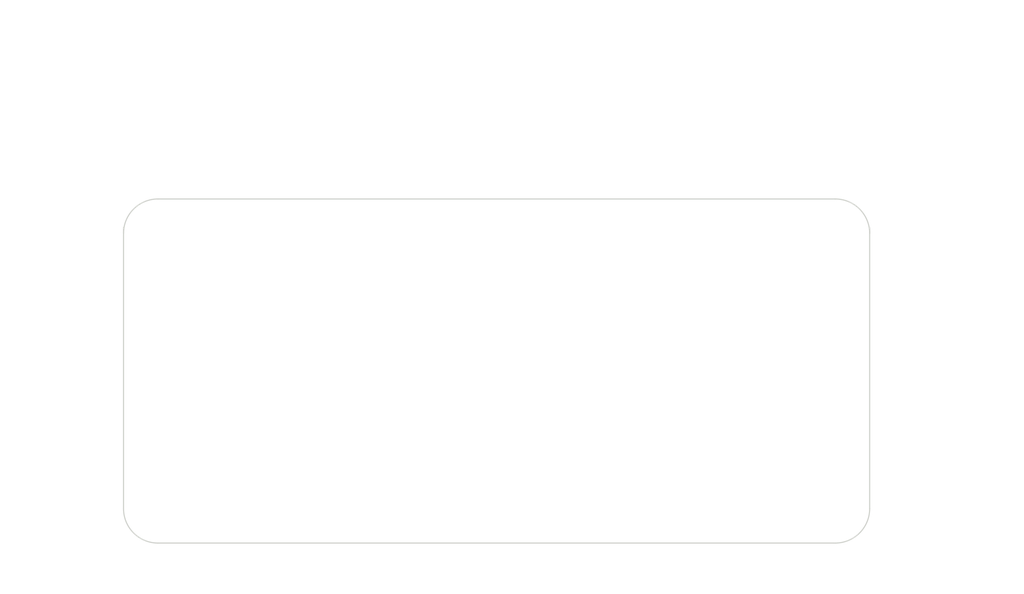
<source format=kicad_pcb>
(kicad_pcb (version 20171130) (host pcbnew "(5.0.0)")

  (general
    (thickness 1.6)
    (drawings 17)
    (tracks 0)
    (zones 0)
    (modules 6)
    (nets 81)
  )

  (page A4)
  (layers
    (0 F.Cu signal)
    (31 B.Cu signal)
    (34 B.Paste user)
    (35 F.Paste user)
    (36 B.SilkS user)
    (37 F.SilkS user)
    (38 B.Mask user)
    (39 F.Mask user)
    (40 Dwgs.User user)
    (41 Cmts.User user)
    (44 Edge.Cuts user)
    (48 B.Fab user)
    (49 F.Fab user)
  )

  (setup
    (last_trace_width 0.25)
    (user_trace_width 0.01)
    (user_trace_width 0.02)
    (user_trace_width 0.05)
    (user_trace_width 0.1)
    (user_trace_width 0.2)
    (trace_clearance 0.2)
    (zone_clearance 0.508)
    (zone_45_only no)
    (trace_min 0.01)
    (segment_width 0.2)
    (edge_width 0.1)
    (via_size 0.6)
    (via_drill 0.4)
    (via_min_size 0.4)
    (via_min_drill 0.3)
    (uvia_size 0.3)
    (uvia_drill 0.1)
    (uvias_allowed no)
    (uvia_min_size 0.2)
    (uvia_min_drill 0.1)
    (pcb_text_width 0.3)
    (pcb_text_size 1.5 1.5)
    (mod_edge_width 0.15)
    (mod_text_size 1 1)
    (mod_text_width 0.15)
    (pad_size 2.75 2.75)
    (pad_drill 2.75)
    (pad_to_mask_clearance 0)
    (aux_axis_origin 0 0)
    (visible_elements 7FFFFFFF)
    (pcbplotparams
      (layerselection 0x01330_80000001)
      (usegerberextensions false)
      (usegerberattributes false)
      (usegerberadvancedattributes false)
      (creategerberjobfile false)
      (excludeedgelayer true)
      (linewidth 0.100000)
      (plotframeref false)
      (viasonmask false)
      (mode 1)
      (useauxorigin false)
      (hpglpennumber 1)
      (hpglpenspeed 20)
      (hpglpendiameter 15.000000)
      (psnegative false)
      (psa4output false)
      (plotreference true)
      (plotvalue true)
      (plotinvisibletext false)
      (padsonsilk false)
      (subtractmaskfromsilk false)
      (outputformat 4)
      (mirror false)
      (drillshape 2)
      (scaleselection 1)
      (outputdirectory "meta/"))
  )

  (net 0 "")
  (net 1 "Net-(J1-Pad34)")
  (net 2 "Net-(J1-Pad36)")
  (net 3 "Net-(J1-Pad40)")
  (net 4 "Net-(J1-Pad38)")
  (net 5 "Net-(J1-Pad18)")
  (net 6 "Net-(J1-Pad20)")
  (net 7 "Net-(J1-Pad24)")
  (net 8 "Net-(J1-Pad22)")
  (net 9 "Net-(J1-Pad30)")
  (net 10 "Net-(J1-Pad32)")
  (net 11 "Net-(J1-Pad28)")
  (net 12 "Net-(J1-Pad26)")
  (net 13 "Net-(J1-Pad10)")
  (net 14 "Net-(J1-Pad12)")
  (net 15 "Net-(J1-Pad16)")
  (net 16 "Net-(J1-Pad14)")
  (net 17 "Net-(J1-Pad6)")
  (net 18 "Net-(J1-Pad8)")
  (net 19 "Net-(J1-Pad4)")
  (net 20 "Net-(J1-Pad2)")
  (net 21 "Net-(J1-Pad39)")
  (net 22 "Net-(J1-Pad37)")
  (net 23 "Net-(J1-Pad33)")
  (net 24 "Net-(J1-Pad35)")
  (net 25 "Net-(J1-Pad27)")
  (net 26 "Net-(J1-Pad25)")
  (net 27 "Net-(J1-Pad29)")
  (net 28 "Net-(J1-Pad31)")
  (net 29 "Net-(J1-Pad23)")
  (net 30 "Net-(J1-Pad21)")
  (net 31 "Net-(J1-Pad17)")
  (net 32 "Net-(J1-Pad19)")
  (net 33 "Net-(J1-Pad3)")
  (net 34 "Net-(J1-Pad1)")
  (net 35 "Net-(J1-Pad5)")
  (net 36 "Net-(J1-Pad7)")
  (net 37 "Net-(J1-Pad15)")
  (net 38 "Net-(J1-Pad13)")
  (net 39 "Net-(J1-Pad9)")
  (net 40 "Net-(J1-Pad11)")
  (net 41 "Net-(J2-Pad1)")
  (net 42 "Net-(J2-Pad2)")
  (net 43 "Net-(J2-Pad3)")
  (net 44 "Net-(J2-Pad4)")
  (net 45 "Net-(J2-Pad5)")
  (net 46 "Net-(J2-Pad6)")
  (net 47 "Net-(J2-Pad7)")
  (net 48 "Net-(J2-Pad8)")
  (net 49 "Net-(J2-Pad9)")
  (net 50 "Net-(J2-Pad10)")
  (net 51 "Net-(J2-Pad11)")
  (net 52 "Net-(J2-Pad12)")
  (net 53 "Net-(J2-Pad13)")
  (net 54 "Net-(J2-Pad14)")
  (net 55 "Net-(J2-Pad15)")
  (net 56 "Net-(J2-Pad16)")
  (net 57 "Net-(J2-Pad17)")
  (net 58 "Net-(J2-Pad18)")
  (net 59 "Net-(J2-Pad19)")
  (net 60 "Net-(J2-Pad20)")
  (net 61 "Net-(J2-Pad21)")
  (net 62 "Net-(J2-Pad22)")
  (net 63 "Net-(J2-Pad23)")
  (net 64 "Net-(J2-Pad24)")
  (net 65 "Net-(J2-Pad25)")
  (net 66 "Net-(J2-Pad26)")
  (net 67 "Net-(J2-Pad27)")
  (net 68 "Net-(J2-Pad28)")
  (net 69 "Net-(J2-Pad29)")
  (net 70 "Net-(J2-Pad30)")
  (net 71 "Net-(J2-Pad31)")
  (net 72 "Net-(J2-Pad32)")
  (net 73 "Net-(J2-Pad33)")
  (net 74 "Net-(J2-Pad34)")
  (net 75 "Net-(J2-Pad35)")
  (net 76 "Net-(J2-Pad36)")
  (net 77 "Net-(J2-Pad37)")
  (net 78 "Net-(J2-Pad38)")
  (net 79 "Net-(J2-Pad39)")
  (net 80 "Net-(J2-Pad40)")

  (net_class Default "This is the default net class."
    (clearance 0.2)
    (trace_width 0.25)
    (via_dia 0.6)
    (via_drill 0.4)
    (uvia_dia 0.3)
    (uvia_drill 0.1)
    (add_net "Net-(J1-Pad1)")
    (add_net "Net-(J1-Pad10)")
    (add_net "Net-(J1-Pad11)")
    (add_net "Net-(J1-Pad12)")
    (add_net "Net-(J1-Pad13)")
    (add_net "Net-(J1-Pad14)")
    (add_net "Net-(J1-Pad15)")
    (add_net "Net-(J1-Pad16)")
    (add_net "Net-(J1-Pad17)")
    (add_net "Net-(J1-Pad18)")
    (add_net "Net-(J1-Pad19)")
    (add_net "Net-(J1-Pad2)")
    (add_net "Net-(J1-Pad20)")
    (add_net "Net-(J1-Pad21)")
    (add_net "Net-(J1-Pad22)")
    (add_net "Net-(J1-Pad23)")
    (add_net "Net-(J1-Pad24)")
    (add_net "Net-(J1-Pad25)")
    (add_net "Net-(J1-Pad26)")
    (add_net "Net-(J1-Pad27)")
    (add_net "Net-(J1-Pad28)")
    (add_net "Net-(J1-Pad29)")
    (add_net "Net-(J1-Pad3)")
    (add_net "Net-(J1-Pad30)")
    (add_net "Net-(J1-Pad31)")
    (add_net "Net-(J1-Pad32)")
    (add_net "Net-(J1-Pad33)")
    (add_net "Net-(J1-Pad34)")
    (add_net "Net-(J1-Pad35)")
    (add_net "Net-(J1-Pad36)")
    (add_net "Net-(J1-Pad37)")
    (add_net "Net-(J1-Pad38)")
    (add_net "Net-(J1-Pad39)")
    (add_net "Net-(J1-Pad4)")
    (add_net "Net-(J1-Pad40)")
    (add_net "Net-(J1-Pad5)")
    (add_net "Net-(J1-Pad6)")
    (add_net "Net-(J1-Pad7)")
    (add_net "Net-(J1-Pad8)")
    (add_net "Net-(J1-Pad9)")
    (add_net "Net-(J2-Pad1)")
    (add_net "Net-(J2-Pad10)")
    (add_net "Net-(J2-Pad11)")
    (add_net "Net-(J2-Pad12)")
    (add_net "Net-(J2-Pad13)")
    (add_net "Net-(J2-Pad14)")
    (add_net "Net-(J2-Pad15)")
    (add_net "Net-(J2-Pad16)")
    (add_net "Net-(J2-Pad17)")
    (add_net "Net-(J2-Pad18)")
    (add_net "Net-(J2-Pad19)")
    (add_net "Net-(J2-Pad2)")
    (add_net "Net-(J2-Pad20)")
    (add_net "Net-(J2-Pad21)")
    (add_net "Net-(J2-Pad22)")
    (add_net "Net-(J2-Pad23)")
    (add_net "Net-(J2-Pad24)")
    (add_net "Net-(J2-Pad25)")
    (add_net "Net-(J2-Pad26)")
    (add_net "Net-(J2-Pad27)")
    (add_net "Net-(J2-Pad28)")
    (add_net "Net-(J2-Pad29)")
    (add_net "Net-(J2-Pad3)")
    (add_net "Net-(J2-Pad30)")
    (add_net "Net-(J2-Pad31)")
    (add_net "Net-(J2-Pad32)")
    (add_net "Net-(J2-Pad33)")
    (add_net "Net-(J2-Pad34)")
    (add_net "Net-(J2-Pad35)")
    (add_net "Net-(J2-Pad36)")
    (add_net "Net-(J2-Pad37)")
    (add_net "Net-(J2-Pad38)")
    (add_net "Net-(J2-Pad39)")
    (add_net "Net-(J2-Pad4)")
    (add_net "Net-(J2-Pad40)")
    (add_net "Net-(J2-Pad5)")
    (add_net "Net-(J2-Pad6)")
    (add_net "Net-(J2-Pad7)")
    (add_net "Net-(J2-Pad8)")
    (add_net "Net-(J2-Pad9)")
  )

  (module RPi_Hat:RPi_Hat_Mounting_Hole locked (layer F.Cu) (tedit 55217CCB) (tstamp 58B743A7)
    (at 16 51)
    (descr "Mounting hole, Befestigungsbohrung, 2,7mm, No Annular, Kein Restring,")
    (tags "Mounting hole, Befestigungsbohrung, 2,7mm, No Annular, Kein Restring,")
    (fp_text reference "" (at 0 -4.0005) (layer F.SilkS) hide
      (effects (font (size 1 1) (thickness 0.15)))
    )
    (fp_text value "" (at 0.09906 3.59918) (layer F.Fab) hide
      (effects (font (size 1 1) (thickness 0.15)))
    )
    (fp_circle (center 0 0) (end 1.375 0) (layer F.Fab) (width 0.15))
    (fp_circle (center 0 0) (end 3.1 0) (layer F.Fab) (width 0.15))
    (fp_circle (center 0 0) (end 3.1 0) (layer B.Fab) (width 0.15))
    (fp_circle (center 0 0) (end 1.375 0) (layer B.Fab) (width 0.15))
    (fp_circle (center 0 0) (end 3.1 0) (layer F.CrtYd) (width 0.15))
    (fp_circle (center 0 0) (end 3.1 0) (layer B.CrtYd) (width 0.15))
    (pad "" np_thru_hole circle (at 0 0) (size 2.75 2.75) (drill 2.75) (layers *.Cu *.Mask)
      (solder_mask_margin 1.725) (clearance 1.725))
  )

  (module RPi_Hat:RPi_Hat_Mounting_Hole locked (layer F.Cu) (tedit 55217C7B) (tstamp 5515DEA9)
    (at 74 28)
    (descr "Mounting hole, Befestigungsbohrung, 2,7mm, No Annular, Kein Restring,")
    (tags "Mounting hole, Befestigungsbohrung, 2,7mm, No Annular, Kein Restring,")
    (fp_text reference "" (at 0 -4.0005) (layer F.SilkS) hide
      (effects (font (size 1 1) (thickness 0.15)))
    )
    (fp_text value "" (at 0.09906 3.59918) (layer F.Fab) hide
      (effects (font (size 1 1) (thickness 0.15)))
    )
    (fp_circle (center 0 0) (end 1.375 0) (layer F.Fab) (width 0.15))
    (fp_circle (center 0 0) (end 3.1 0) (layer F.Fab) (width 0.15))
    (fp_circle (center 0 0) (end 3.1 0) (layer B.Fab) (width 0.15))
    (fp_circle (center 0 0) (end 1.375 0) (layer B.Fab) (width 0.15))
    (fp_circle (center 0 0) (end 3.1 0) (layer F.CrtYd) (width 0.15))
    (fp_circle (center 0 0) (end 3.1 0) (layer B.CrtYd) (width 0.15))
    (pad "" np_thru_hole circle (at 0 0) (size 2.75 2.75) (drill 2.75) (layers *.Cu *.Mask)
      (solder_mask_margin 1.725) (clearance 1.725))
  )

  (module RPi_Hat:RPi_Hat_Mounting_Hole locked (layer F.Cu) (tedit 55217CCB) (tstamp 55169DC9)
    (at 74 51)
    (descr "Mounting hole, Befestigungsbohrung, 2,7mm, No Annular, Kein Restring,")
    (tags "Mounting hole, Befestigungsbohrung, 2,7mm, No Annular, Kein Restring,")
    (fp_text reference "" (at 0 -4.0005) (layer F.SilkS) hide
      (effects (font (size 1 1) (thickness 0.15)))
    )
    (fp_text value "" (at 0.09906 3.59918) (layer F.Fab) hide
      (effects (font (size 1 1) (thickness 0.15)))
    )
    (fp_circle (center 0 0) (end 1.375 0) (layer F.Fab) (width 0.15))
    (fp_circle (center 0 0) (end 3.1 0) (layer F.Fab) (width 0.15))
    (fp_circle (center 0 0) (end 3.1 0) (layer B.Fab) (width 0.15))
    (fp_circle (center 0 0) (end 1.375 0) (layer B.Fab) (width 0.15))
    (fp_circle (center 0 0) (end 3.1 0) (layer F.CrtYd) (width 0.15))
    (fp_circle (center 0 0) (end 3.1 0) (layer B.CrtYd) (width 0.15))
    (pad "" np_thru_hole circle (at 0 0) (size 2.75 2.75) (drill 2.75) (layers *.Cu *.Mask)
      (solder_mask_margin 1.725) (clearance 1.725))
  )

  (module RPi_Hat:RPi_Hat_Mounting_Hole locked (layer F.Cu) (tedit 55217CA2) (tstamp 5515DEBF)
    (at 16 28)
    (descr "Mounting hole, Befestigungsbohrung, 2,7mm, No Annular, Kein Restring,")
    (tags "Mounting hole, Befestigungsbohrung, 2,7mm, No Annular, Kein Restring,")
    (fp_text reference "" (at 0 -4.0005) (layer F.SilkS) hide
      (effects (font (size 1 1) (thickness 0.15)))
    )
    (fp_text value "" (at 0.09906 3.59918) (layer F.Fab) hide
      (effects (font (size 1 1) (thickness 0.15)))
    )
    (fp_circle (center 0 0) (end 1.375 0) (layer F.Fab) (width 0.15))
    (fp_circle (center 0 0) (end 3.1 0) (layer F.Fab) (width 0.15))
    (fp_circle (center 0 0) (end 3.1 0) (layer B.Fab) (width 0.15))
    (fp_circle (center 0 0) (end 1.375 0) (layer B.Fab) (width 0.15))
    (fp_circle (center 0 0) (end 3.1 0) (layer F.CrtYd) (width 0.15))
    (fp_circle (center 0 0) (end 3.1 0) (layer B.CrtYd) (width 0.15))
    (pad "" np_thru_hole circle (at 0 0) (size 2.75 2.75) (drill 2.75) (layers *.Cu *.Mask)
      (solder_mask_margin 1.725) (clearance 1.725))
  )

  (gr_line (start 12.5 27) (end 12.5 51.5) (layer Edge.Cuts) (width 0.1))
  (gr_arc (start 15.5 27.5) (end 12.5 27.5) (angle 90) (layer Edge.Cuts) (width 0.1) (tstamp 5B55F169))
  (gr_line (start 15.5 24.5) (end 74.5 24.5) (angle 90) (layer Edge.Cuts) (width 0.1) (tstamp 5B55F01C))
  (gr_arc (start 74.5 27.5) (end 74.5 24.5) (angle 90) (layer Edge.Cuts) (width 0.1) (tstamp 5B55EED3))
  (dimension 30.5 (width 0.15) (layer Dwgs.User)
    (gr_text "30.5 mm (SMT socket)" (at 88.05 39.25 270) (layer Dwgs.User)
      (effects (font (size 1.5 1.5) (thickness 0.15)))
    )
    (feature1 (pts (xy 78.5 54.5) (xy 89.1 54.5)))
    (feature2 (pts (xy 78.5 24) (xy 89.1 24)))
    (crossbar (pts (xy 87 24) (xy 87 54.5)))
    (arrow1a (pts (xy 87 54.5) (xy 86.413579 53.373496)))
    (arrow1b (pts (xy 87 54.5) (xy 87.586421 53.373496)))
    (arrow2a (pts (xy 87 24) (xy 86.413579 25.126504)))
    (arrow2b (pts (xy 87 24) (xy 87.586421 25.126504)))
  )
  (dimension 30 (width 0.15) (layer Dwgs.User)
    (gr_text "30 mm (Thru-hole)" (at 83.05 39.5 270) (layer Dwgs.User)
      (effects (font (size 1.5 1.5) (thickness 0.15)))
    )
    (feature1 (pts (xy 78.5 54.5) (xy 84.1 54.5)))
    (feature2 (pts (xy 78.5 24.5) (xy 84.1 24.5)))
    (crossbar (pts (xy 82 24.5) (xy 82 54.5)))
    (arrow1a (pts (xy 82 54.5) (xy 81.413579 53.373496)))
    (arrow1b (pts (xy 82 54.5) (xy 82.586421 53.373496)))
    (arrow2a (pts (xy 82 24.5) (xy 81.413579 25.626504)))
    (arrow2b (pts (xy 82 24.5) (xy 82.586421 25.626504)))
  )
  (dimension 23 (width 0.15) (layer Dwgs.User)
    (gr_text "23.000 mm" (at 7.95 39.5 90) (layer Dwgs.User)
      (effects (font (size 1.5 1.5) (thickness 0.15)))
    )
    (feature1 (pts (xy 11.5 28) (xy 6.9 28)))
    (feature2 (pts (xy 11.5 51) (xy 6.9 51)))
    (crossbar (pts (xy 9 51) (xy 9 28)))
    (arrow1a (pts (xy 9 28) (xy 9.586421 29.126504)))
    (arrow1b (pts (xy 9 28) (xy 8.413579 29.126504)))
    (arrow2a (pts (xy 9 51) (xy 9.586421 49.873496)))
    (arrow2b (pts (xy 9 51) (xy 8.413579 49.873496)))
  )
  (gr_text "Select one of these board edges depending \nupon the type of socket that is used." (at 20.5 9.5) (layer Cmts.User)
    (effects (font (size 1.5 1.5) (thickness 0.15)) (justify left))
  )
  (dimension 3.5 (width 0.15) (layer Dwgs.User)
    (gr_text "3.5 mm" (at 21 58.5) (layer Dwgs.User)
      (effects (font (size 1.5 1.5) (thickness 0.15)))
    )
    (feature1 (pts (xy 16.068883 55.2811) (xy 16.068883 60.3811)))
    (feature2 (pts (xy 12.568883 55.2811) (xy 12.568883 60.3811)))
    (crossbar (pts (xy 12.568883 58.2811) (xy 16.068883 58.2811)))
    (arrow1a (pts (xy 16.068883 58.2811) (xy 14.942379 58.867521)))
    (arrow1b (pts (xy 16.068883 58.2811) (xy 14.942379 57.694679)))
    (arrow2a (pts (xy 12.568883 58.2811) (xy 13.695387 58.867521)))
    (arrow2b (pts (xy 12.568883 58.2811) (xy 13.695387 57.694679)))
  )
  (dimension 3.5 (width 0.15) (layer Dwgs.User) (tstamp 55169E80)
    (gr_text "3.5 mm" (at 22.5 46 270) (layer Dwgs.User) (tstamp 55169E80)
      (effects (font (size 1.5 1.5) (thickness 0.15)))
    )
    (feature1 (pts (xy 20 54.5) (xy 24.6 54.5)))
    (feature2 (pts (xy 20 51) (xy 24.6 51)))
    (crossbar (pts (xy 22.5 51) (xy 22.5 54.5)))
    (arrow1a (pts (xy 22.5 54.5) (xy 21.913579 53.373496)))
    (arrow1b (pts (xy 22.5 54.5) (xy 23.086421 53.373496)))
    (arrow2a (pts (xy 22.5 51) (xy 21.913579 52.126504)))
    (arrow2b (pts (xy 22.5 51) (xy 23.086421 52.126504)))
  )
  (dimension 29 (width 0.15) (layer Dwgs.User)
    (gr_text "29 mm" (at 30.5 35.849999) (layer Dwgs.User)
      (effects (font (size 1.5 1.5) (thickness 0.15)))
    )
    (feature1 (pts (xy 45 32) (xy 45 37.199999)))
    (feature2 (pts (xy 16 32) (xy 16 37.199999)))
    (crossbar (pts (xy 16 34.499999) (xy 45 34.499999)))
    (arrow1a (pts (xy 45 34.499999) (xy 43.873496 35.08642)))
    (arrow1b (pts (xy 45 34.499999) (xy 43.873496 33.913578)))
    (arrow2a (pts (xy 16 34.499999) (xy 17.126504 35.08642)))
    (arrow2b (pts (xy 16 34.499999) (xy 17.126504 33.913578)))
  )
  (dimension 58 (width 0.15) (layer Dwgs.User)
    (gr_text "58 mm" (at 45 19.15) (layer Dwgs.User)
      (effects (font (size 1.5 1.5) (thickness 0.15)))
    )
    (feature1 (pts (xy 74 23) (xy 74 17.8)))
    (feature2 (pts (xy 16 23) (xy 16 17.8)))
    (crossbar (pts (xy 16 20.5) (xy 74 20.5)))
    (arrow1a (pts (xy 74 20.5) (xy 72.873496 21.086421)))
    (arrow1b (pts (xy 74 20.5) (xy 72.873496 19.913579)))
    (arrow2a (pts (xy 16 20.5) (xy 17.126504 21.086421)))
    (arrow2b (pts (xy 16 20.5) (xy 17.126504 19.913579)))
  )
  (dimension 65 (width 0.15) (layer Dwgs.User)
    (gr_text "65 mm" (at 45 14.65) (layer Dwgs.User)
      (effects (font (size 1.5 1.5) (thickness 0.15)))
    )
    (feature1 (pts (xy 77.5 23) (xy 77.5 13.3)))
    (feature2 (pts (xy 12.5 23) (xy 12.5 13.3)))
    (crossbar (pts (xy 12.5 16) (xy 77.5 16)))
    (arrow1a (pts (xy 77.5 16) (xy 76.373496 16.586421)))
    (arrow1b (pts (xy 77.5 16) (xy 76.373496 15.413579)))
    (arrow2a (pts (xy 12.5 16) (xy 13.626504 16.586421)))
    (arrow2b (pts (xy 12.5 16) (xy 13.626504 15.413579)))
  )
  (gr_arc (start 74.5 51.5) (end 77.5 51.5) (angle 90) (layer Edge.Cuts) (width 0.1) (tstamp 55157FFB))
  (gr_arc (start 15.5 51.5) (end 15.5 54.5) (angle 90) (layer Edge.Cuts) (width 0.1) (tstamp 55157FCE))
  (gr_line (start 15.5 54.5) (end 74.5 54.5) (angle 90) (layer Edge.Cuts) (width 0.1))
  (gr_line (start 77.5 27) (end 77.5 51.5) (angle 90) (layer Edge.Cuts) (width 0.1))

)

</source>
